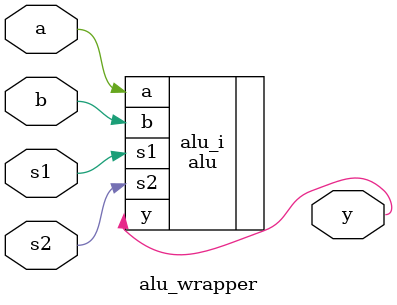
<source format=v>
`timescale 1 ps / 1 ps

module alu_wrapper
   (a,
    b,
    s1,
    s2,
    y);
  input a;
  input b;
  input s1;
  input s2;
  output y;

  wire a;
  wire b;
  wire s1;
  wire s2;
  wire y;

  alu alu_i
       (.a(a),
        .b(b),
        .s1(s1),
        .s2(s2),
        .y(y));
endmodule

</source>
